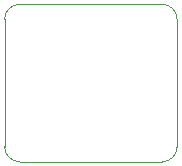
<source format=gbr>
G04 #@! TF.GenerationSoftware,KiCad,Pcbnew,(5.1.5)-3*
G04 #@! TF.CreationDate,2020-06-24T13:55:20-05:00*
G04 #@! TF.ProjectId,PressureSensor,50726573-7375-4726-9553-656e736f722e,rev?*
G04 #@! TF.SameCoordinates,Original*
G04 #@! TF.FileFunction,Profile,NP*
%FSLAX46Y46*%
G04 Gerber Fmt 4.6, Leading zero omitted, Abs format (unit mm)*
G04 Created by KiCad (PCBNEW (5.1.5)-3) date 2020-06-24 13:55:20*
%MOMM*%
%LPD*%
G04 APERTURE LIST*
%ADD10C,0.050000*%
G04 APERTURE END LIST*
D10*
X152400000Y-99695000D02*
G75*
G02X151130000Y-98425000I0J1270000D01*
G01*
X165735000Y-98425000D02*
G75*
G02X164465000Y-99695000I-1270000J0D01*
G01*
X164465000Y-86360000D02*
G75*
G02X165735000Y-87630000I0J-1270000D01*
G01*
X151130000Y-87630000D02*
G75*
G02X152400000Y-86360000I1270000J0D01*
G01*
X151130000Y-98425000D02*
X151130000Y-87630000D01*
X164465000Y-99695000D02*
X152400000Y-99695000D01*
X165735000Y-87630000D02*
X165735000Y-98425000D01*
X152400000Y-86360000D02*
X164465000Y-86360000D01*
M02*

</source>
